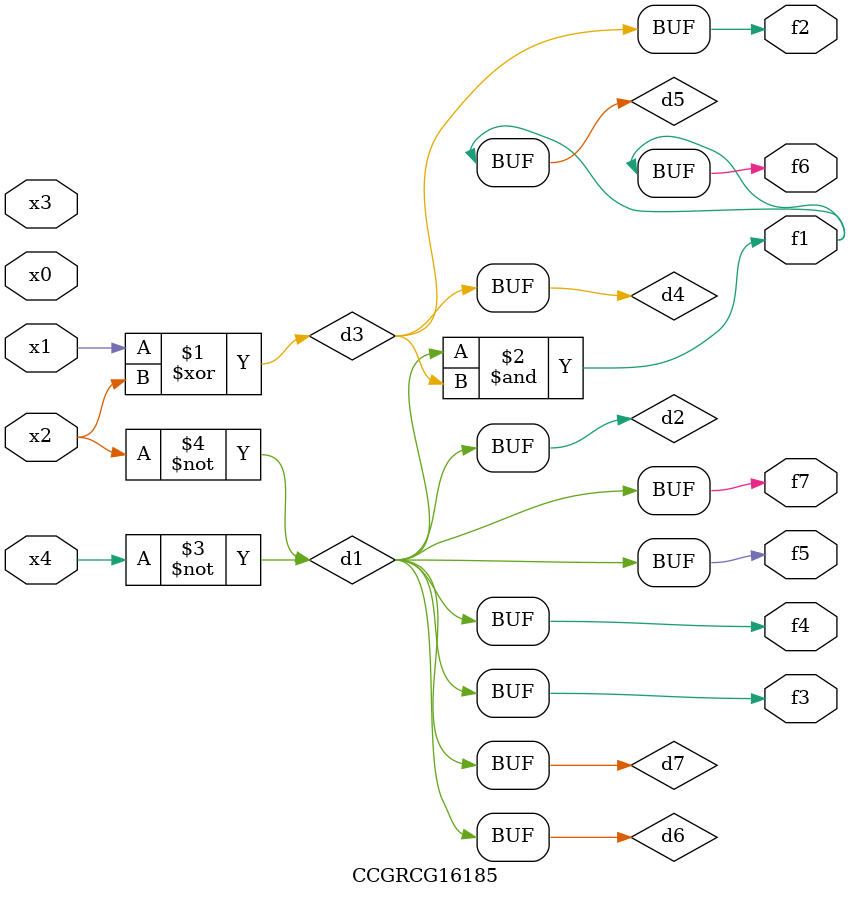
<source format=v>
module CCGRCG16185(
	input x0, x1, x2, x3, x4,
	output f1, f2, f3, f4, f5, f6, f7
);

	wire d1, d2, d3, d4, d5, d6, d7;

	not (d1, x4);
	not (d2, x2);
	xor (d3, x1, x2);
	buf (d4, d3);
	and (d5, d1, d3);
	buf (d6, d1, d2);
	buf (d7, d2);
	assign f1 = d5;
	assign f2 = d4;
	assign f3 = d7;
	assign f4 = d7;
	assign f5 = d7;
	assign f6 = d5;
	assign f7 = d7;
endmodule

</source>
